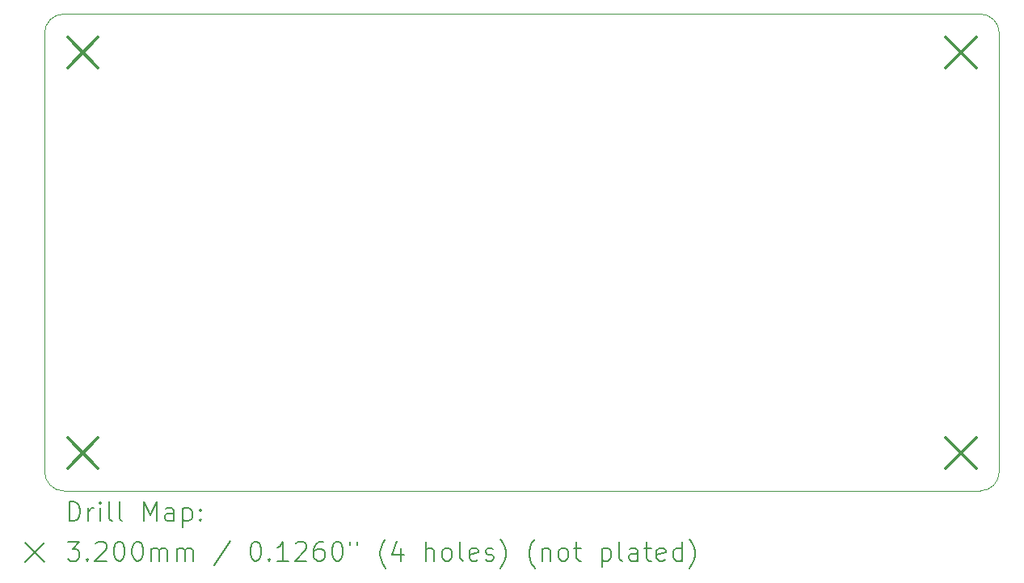
<source format=gbr>
%TF.GenerationSoftware,KiCad,Pcbnew,9.0.4-9.0.4-0~ubuntu22.04.1*%
%TF.CreationDate,2025-10-13T12:48:48-07:00*%
%TF.ProjectId,test_arena,74657374-5f61-4726-956e-612e6b696361,rev?*%
%TF.SameCoordinates,Original*%
%TF.FileFunction,Drillmap*%
%TF.FilePolarity,Positive*%
%FSLAX45Y45*%
G04 Gerber Fmt 4.5, Leading zero omitted, Abs format (unit mm)*
G04 Created by KiCad (PCBNEW 9.0.4-9.0.4-0~ubuntu22.04.1) date 2025-10-13 12:48:48*
%MOMM*%
%LPD*%
G01*
G04 APERTURE LIST*
%ADD10C,0.050000*%
%ADD11C,0.200000*%
%ADD12C,0.320000*%
G04 APERTURE END LIST*
D10*
X5200000Y-5000000D02*
X14800000Y-5000000D01*
X15000000Y-9800000D02*
G75*
G02*
X14800000Y-10000000I-200000J0D01*
G01*
X5000000Y-9800000D02*
X5000000Y-5200000D01*
X5000000Y-5200000D02*
G75*
G02*
X5200000Y-5000000I200000J0D01*
G01*
X5200000Y-10000000D02*
G75*
G02*
X5000000Y-9800000I0J200000D01*
G01*
X14800000Y-10000000D02*
X5200000Y-10000000D01*
X15000000Y-5200000D02*
X15000000Y-9800000D01*
X14800000Y-5000000D02*
G75*
G02*
X15000000Y-5200000I0J-200000D01*
G01*
D11*
D12*
X5240000Y-5240000D02*
X5560000Y-5560000D01*
X5560000Y-5240000D02*
X5240000Y-5560000D01*
X5240000Y-9440000D02*
X5560000Y-9760000D01*
X5560000Y-9440000D02*
X5240000Y-9760000D01*
X14440000Y-5240000D02*
X14760000Y-5560000D01*
X14760000Y-5240000D02*
X14440000Y-5560000D01*
X14440000Y-9440000D02*
X14760000Y-9760000D01*
X14760000Y-9440000D02*
X14440000Y-9760000D01*
D11*
X5258277Y-10313984D02*
X5258277Y-10113984D01*
X5258277Y-10113984D02*
X5305896Y-10113984D01*
X5305896Y-10113984D02*
X5334467Y-10123508D01*
X5334467Y-10123508D02*
X5353515Y-10142555D01*
X5353515Y-10142555D02*
X5363039Y-10161603D01*
X5363039Y-10161603D02*
X5372563Y-10199698D01*
X5372563Y-10199698D02*
X5372563Y-10228270D01*
X5372563Y-10228270D02*
X5363039Y-10266365D01*
X5363039Y-10266365D02*
X5353515Y-10285412D01*
X5353515Y-10285412D02*
X5334467Y-10304460D01*
X5334467Y-10304460D02*
X5305896Y-10313984D01*
X5305896Y-10313984D02*
X5258277Y-10313984D01*
X5458277Y-10313984D02*
X5458277Y-10180650D01*
X5458277Y-10218746D02*
X5467801Y-10199698D01*
X5467801Y-10199698D02*
X5477324Y-10190174D01*
X5477324Y-10190174D02*
X5496372Y-10180650D01*
X5496372Y-10180650D02*
X5515420Y-10180650D01*
X5582086Y-10313984D02*
X5582086Y-10180650D01*
X5582086Y-10113984D02*
X5572563Y-10123508D01*
X5572563Y-10123508D02*
X5582086Y-10133031D01*
X5582086Y-10133031D02*
X5591610Y-10123508D01*
X5591610Y-10123508D02*
X5582086Y-10113984D01*
X5582086Y-10113984D02*
X5582086Y-10133031D01*
X5705896Y-10313984D02*
X5686848Y-10304460D01*
X5686848Y-10304460D02*
X5677324Y-10285412D01*
X5677324Y-10285412D02*
X5677324Y-10113984D01*
X5810658Y-10313984D02*
X5791610Y-10304460D01*
X5791610Y-10304460D02*
X5782086Y-10285412D01*
X5782086Y-10285412D02*
X5782086Y-10113984D01*
X6039229Y-10313984D02*
X6039229Y-10113984D01*
X6039229Y-10113984D02*
X6105896Y-10256841D01*
X6105896Y-10256841D02*
X6172562Y-10113984D01*
X6172562Y-10113984D02*
X6172562Y-10313984D01*
X6353515Y-10313984D02*
X6353515Y-10209222D01*
X6353515Y-10209222D02*
X6343991Y-10190174D01*
X6343991Y-10190174D02*
X6324943Y-10180650D01*
X6324943Y-10180650D02*
X6286848Y-10180650D01*
X6286848Y-10180650D02*
X6267801Y-10190174D01*
X6353515Y-10304460D02*
X6334467Y-10313984D01*
X6334467Y-10313984D02*
X6286848Y-10313984D01*
X6286848Y-10313984D02*
X6267801Y-10304460D01*
X6267801Y-10304460D02*
X6258277Y-10285412D01*
X6258277Y-10285412D02*
X6258277Y-10266365D01*
X6258277Y-10266365D02*
X6267801Y-10247317D01*
X6267801Y-10247317D02*
X6286848Y-10237793D01*
X6286848Y-10237793D02*
X6334467Y-10237793D01*
X6334467Y-10237793D02*
X6353515Y-10228270D01*
X6448753Y-10180650D02*
X6448753Y-10380650D01*
X6448753Y-10190174D02*
X6467801Y-10180650D01*
X6467801Y-10180650D02*
X6505896Y-10180650D01*
X6505896Y-10180650D02*
X6524943Y-10190174D01*
X6524943Y-10190174D02*
X6534467Y-10199698D01*
X6534467Y-10199698D02*
X6543991Y-10218746D01*
X6543991Y-10218746D02*
X6543991Y-10275889D01*
X6543991Y-10275889D02*
X6534467Y-10294936D01*
X6534467Y-10294936D02*
X6524943Y-10304460D01*
X6524943Y-10304460D02*
X6505896Y-10313984D01*
X6505896Y-10313984D02*
X6467801Y-10313984D01*
X6467801Y-10313984D02*
X6448753Y-10304460D01*
X6629705Y-10294936D02*
X6639229Y-10304460D01*
X6639229Y-10304460D02*
X6629705Y-10313984D01*
X6629705Y-10313984D02*
X6620182Y-10304460D01*
X6620182Y-10304460D02*
X6629705Y-10294936D01*
X6629705Y-10294936D02*
X6629705Y-10313984D01*
X6629705Y-10190174D02*
X6639229Y-10199698D01*
X6639229Y-10199698D02*
X6629705Y-10209222D01*
X6629705Y-10209222D02*
X6620182Y-10199698D01*
X6620182Y-10199698D02*
X6629705Y-10190174D01*
X6629705Y-10190174D02*
X6629705Y-10209222D01*
X4797500Y-10542500D02*
X4997500Y-10742500D01*
X4997500Y-10542500D02*
X4797500Y-10742500D01*
X5239229Y-10533984D02*
X5363039Y-10533984D01*
X5363039Y-10533984D02*
X5296372Y-10610174D01*
X5296372Y-10610174D02*
X5324944Y-10610174D01*
X5324944Y-10610174D02*
X5343991Y-10619698D01*
X5343991Y-10619698D02*
X5353515Y-10629222D01*
X5353515Y-10629222D02*
X5363039Y-10648270D01*
X5363039Y-10648270D02*
X5363039Y-10695889D01*
X5363039Y-10695889D02*
X5353515Y-10714936D01*
X5353515Y-10714936D02*
X5343991Y-10724460D01*
X5343991Y-10724460D02*
X5324944Y-10733984D01*
X5324944Y-10733984D02*
X5267801Y-10733984D01*
X5267801Y-10733984D02*
X5248753Y-10724460D01*
X5248753Y-10724460D02*
X5239229Y-10714936D01*
X5448753Y-10714936D02*
X5458277Y-10724460D01*
X5458277Y-10724460D02*
X5448753Y-10733984D01*
X5448753Y-10733984D02*
X5439229Y-10724460D01*
X5439229Y-10724460D02*
X5448753Y-10714936D01*
X5448753Y-10714936D02*
X5448753Y-10733984D01*
X5534467Y-10553031D02*
X5543991Y-10543508D01*
X5543991Y-10543508D02*
X5563039Y-10533984D01*
X5563039Y-10533984D02*
X5610658Y-10533984D01*
X5610658Y-10533984D02*
X5629705Y-10543508D01*
X5629705Y-10543508D02*
X5639229Y-10553031D01*
X5639229Y-10553031D02*
X5648753Y-10572079D01*
X5648753Y-10572079D02*
X5648753Y-10591127D01*
X5648753Y-10591127D02*
X5639229Y-10619698D01*
X5639229Y-10619698D02*
X5524944Y-10733984D01*
X5524944Y-10733984D02*
X5648753Y-10733984D01*
X5772562Y-10533984D02*
X5791610Y-10533984D01*
X5791610Y-10533984D02*
X5810658Y-10543508D01*
X5810658Y-10543508D02*
X5820182Y-10553031D01*
X5820182Y-10553031D02*
X5829705Y-10572079D01*
X5829705Y-10572079D02*
X5839229Y-10610174D01*
X5839229Y-10610174D02*
X5839229Y-10657793D01*
X5839229Y-10657793D02*
X5829705Y-10695889D01*
X5829705Y-10695889D02*
X5820182Y-10714936D01*
X5820182Y-10714936D02*
X5810658Y-10724460D01*
X5810658Y-10724460D02*
X5791610Y-10733984D01*
X5791610Y-10733984D02*
X5772562Y-10733984D01*
X5772562Y-10733984D02*
X5753515Y-10724460D01*
X5753515Y-10724460D02*
X5743991Y-10714936D01*
X5743991Y-10714936D02*
X5734467Y-10695889D01*
X5734467Y-10695889D02*
X5724943Y-10657793D01*
X5724943Y-10657793D02*
X5724943Y-10610174D01*
X5724943Y-10610174D02*
X5734467Y-10572079D01*
X5734467Y-10572079D02*
X5743991Y-10553031D01*
X5743991Y-10553031D02*
X5753515Y-10543508D01*
X5753515Y-10543508D02*
X5772562Y-10533984D01*
X5963039Y-10533984D02*
X5982086Y-10533984D01*
X5982086Y-10533984D02*
X6001134Y-10543508D01*
X6001134Y-10543508D02*
X6010658Y-10553031D01*
X6010658Y-10553031D02*
X6020182Y-10572079D01*
X6020182Y-10572079D02*
X6029705Y-10610174D01*
X6029705Y-10610174D02*
X6029705Y-10657793D01*
X6029705Y-10657793D02*
X6020182Y-10695889D01*
X6020182Y-10695889D02*
X6010658Y-10714936D01*
X6010658Y-10714936D02*
X6001134Y-10724460D01*
X6001134Y-10724460D02*
X5982086Y-10733984D01*
X5982086Y-10733984D02*
X5963039Y-10733984D01*
X5963039Y-10733984D02*
X5943991Y-10724460D01*
X5943991Y-10724460D02*
X5934467Y-10714936D01*
X5934467Y-10714936D02*
X5924943Y-10695889D01*
X5924943Y-10695889D02*
X5915420Y-10657793D01*
X5915420Y-10657793D02*
X5915420Y-10610174D01*
X5915420Y-10610174D02*
X5924943Y-10572079D01*
X5924943Y-10572079D02*
X5934467Y-10553031D01*
X5934467Y-10553031D02*
X5943991Y-10543508D01*
X5943991Y-10543508D02*
X5963039Y-10533984D01*
X6115420Y-10733984D02*
X6115420Y-10600650D01*
X6115420Y-10619698D02*
X6124943Y-10610174D01*
X6124943Y-10610174D02*
X6143991Y-10600650D01*
X6143991Y-10600650D02*
X6172563Y-10600650D01*
X6172563Y-10600650D02*
X6191610Y-10610174D01*
X6191610Y-10610174D02*
X6201134Y-10629222D01*
X6201134Y-10629222D02*
X6201134Y-10733984D01*
X6201134Y-10629222D02*
X6210658Y-10610174D01*
X6210658Y-10610174D02*
X6229705Y-10600650D01*
X6229705Y-10600650D02*
X6258277Y-10600650D01*
X6258277Y-10600650D02*
X6277324Y-10610174D01*
X6277324Y-10610174D02*
X6286848Y-10629222D01*
X6286848Y-10629222D02*
X6286848Y-10733984D01*
X6382086Y-10733984D02*
X6382086Y-10600650D01*
X6382086Y-10619698D02*
X6391610Y-10610174D01*
X6391610Y-10610174D02*
X6410658Y-10600650D01*
X6410658Y-10600650D02*
X6439229Y-10600650D01*
X6439229Y-10600650D02*
X6458277Y-10610174D01*
X6458277Y-10610174D02*
X6467801Y-10629222D01*
X6467801Y-10629222D02*
X6467801Y-10733984D01*
X6467801Y-10629222D02*
X6477324Y-10610174D01*
X6477324Y-10610174D02*
X6496372Y-10600650D01*
X6496372Y-10600650D02*
X6524943Y-10600650D01*
X6524943Y-10600650D02*
X6543991Y-10610174D01*
X6543991Y-10610174D02*
X6553515Y-10629222D01*
X6553515Y-10629222D02*
X6553515Y-10733984D01*
X6943991Y-10524460D02*
X6772563Y-10781603D01*
X7201134Y-10533984D02*
X7220182Y-10533984D01*
X7220182Y-10533984D02*
X7239229Y-10543508D01*
X7239229Y-10543508D02*
X7248753Y-10553031D01*
X7248753Y-10553031D02*
X7258277Y-10572079D01*
X7258277Y-10572079D02*
X7267801Y-10610174D01*
X7267801Y-10610174D02*
X7267801Y-10657793D01*
X7267801Y-10657793D02*
X7258277Y-10695889D01*
X7258277Y-10695889D02*
X7248753Y-10714936D01*
X7248753Y-10714936D02*
X7239229Y-10724460D01*
X7239229Y-10724460D02*
X7220182Y-10733984D01*
X7220182Y-10733984D02*
X7201134Y-10733984D01*
X7201134Y-10733984D02*
X7182086Y-10724460D01*
X7182086Y-10724460D02*
X7172563Y-10714936D01*
X7172563Y-10714936D02*
X7163039Y-10695889D01*
X7163039Y-10695889D02*
X7153515Y-10657793D01*
X7153515Y-10657793D02*
X7153515Y-10610174D01*
X7153515Y-10610174D02*
X7163039Y-10572079D01*
X7163039Y-10572079D02*
X7172563Y-10553031D01*
X7172563Y-10553031D02*
X7182086Y-10543508D01*
X7182086Y-10543508D02*
X7201134Y-10533984D01*
X7353515Y-10714936D02*
X7363039Y-10724460D01*
X7363039Y-10724460D02*
X7353515Y-10733984D01*
X7353515Y-10733984D02*
X7343991Y-10724460D01*
X7343991Y-10724460D02*
X7353515Y-10714936D01*
X7353515Y-10714936D02*
X7353515Y-10733984D01*
X7553515Y-10733984D02*
X7439229Y-10733984D01*
X7496372Y-10733984D02*
X7496372Y-10533984D01*
X7496372Y-10533984D02*
X7477325Y-10562555D01*
X7477325Y-10562555D02*
X7458277Y-10581603D01*
X7458277Y-10581603D02*
X7439229Y-10591127D01*
X7629706Y-10553031D02*
X7639229Y-10543508D01*
X7639229Y-10543508D02*
X7658277Y-10533984D01*
X7658277Y-10533984D02*
X7705896Y-10533984D01*
X7705896Y-10533984D02*
X7724944Y-10543508D01*
X7724944Y-10543508D02*
X7734467Y-10553031D01*
X7734467Y-10553031D02*
X7743991Y-10572079D01*
X7743991Y-10572079D02*
X7743991Y-10591127D01*
X7743991Y-10591127D02*
X7734467Y-10619698D01*
X7734467Y-10619698D02*
X7620182Y-10733984D01*
X7620182Y-10733984D02*
X7743991Y-10733984D01*
X7915420Y-10533984D02*
X7877325Y-10533984D01*
X7877325Y-10533984D02*
X7858277Y-10543508D01*
X7858277Y-10543508D02*
X7848753Y-10553031D01*
X7848753Y-10553031D02*
X7829706Y-10581603D01*
X7829706Y-10581603D02*
X7820182Y-10619698D01*
X7820182Y-10619698D02*
X7820182Y-10695889D01*
X7820182Y-10695889D02*
X7829706Y-10714936D01*
X7829706Y-10714936D02*
X7839229Y-10724460D01*
X7839229Y-10724460D02*
X7858277Y-10733984D01*
X7858277Y-10733984D02*
X7896372Y-10733984D01*
X7896372Y-10733984D02*
X7915420Y-10724460D01*
X7915420Y-10724460D02*
X7924944Y-10714936D01*
X7924944Y-10714936D02*
X7934467Y-10695889D01*
X7934467Y-10695889D02*
X7934467Y-10648270D01*
X7934467Y-10648270D02*
X7924944Y-10629222D01*
X7924944Y-10629222D02*
X7915420Y-10619698D01*
X7915420Y-10619698D02*
X7896372Y-10610174D01*
X7896372Y-10610174D02*
X7858277Y-10610174D01*
X7858277Y-10610174D02*
X7839229Y-10619698D01*
X7839229Y-10619698D02*
X7829706Y-10629222D01*
X7829706Y-10629222D02*
X7820182Y-10648270D01*
X8058277Y-10533984D02*
X8077325Y-10533984D01*
X8077325Y-10533984D02*
X8096372Y-10543508D01*
X8096372Y-10543508D02*
X8105896Y-10553031D01*
X8105896Y-10553031D02*
X8115420Y-10572079D01*
X8115420Y-10572079D02*
X8124944Y-10610174D01*
X8124944Y-10610174D02*
X8124944Y-10657793D01*
X8124944Y-10657793D02*
X8115420Y-10695889D01*
X8115420Y-10695889D02*
X8105896Y-10714936D01*
X8105896Y-10714936D02*
X8096372Y-10724460D01*
X8096372Y-10724460D02*
X8077325Y-10733984D01*
X8077325Y-10733984D02*
X8058277Y-10733984D01*
X8058277Y-10733984D02*
X8039229Y-10724460D01*
X8039229Y-10724460D02*
X8029706Y-10714936D01*
X8029706Y-10714936D02*
X8020182Y-10695889D01*
X8020182Y-10695889D02*
X8010658Y-10657793D01*
X8010658Y-10657793D02*
X8010658Y-10610174D01*
X8010658Y-10610174D02*
X8020182Y-10572079D01*
X8020182Y-10572079D02*
X8029706Y-10553031D01*
X8029706Y-10553031D02*
X8039229Y-10543508D01*
X8039229Y-10543508D02*
X8058277Y-10533984D01*
X8201134Y-10533984D02*
X8201134Y-10572079D01*
X8277325Y-10533984D02*
X8277325Y-10572079D01*
X8572563Y-10810174D02*
X8563039Y-10800650D01*
X8563039Y-10800650D02*
X8543991Y-10772079D01*
X8543991Y-10772079D02*
X8534468Y-10753031D01*
X8534468Y-10753031D02*
X8524944Y-10724460D01*
X8524944Y-10724460D02*
X8515420Y-10676841D01*
X8515420Y-10676841D02*
X8515420Y-10638746D01*
X8515420Y-10638746D02*
X8524944Y-10591127D01*
X8524944Y-10591127D02*
X8534468Y-10562555D01*
X8534468Y-10562555D02*
X8543991Y-10543508D01*
X8543991Y-10543508D02*
X8563039Y-10514936D01*
X8563039Y-10514936D02*
X8572563Y-10505412D01*
X8734468Y-10600650D02*
X8734468Y-10733984D01*
X8686849Y-10524460D02*
X8639230Y-10667317D01*
X8639230Y-10667317D02*
X8763039Y-10667317D01*
X8991611Y-10733984D02*
X8991611Y-10533984D01*
X9077325Y-10733984D02*
X9077325Y-10629222D01*
X9077325Y-10629222D02*
X9067801Y-10610174D01*
X9067801Y-10610174D02*
X9048753Y-10600650D01*
X9048753Y-10600650D02*
X9020182Y-10600650D01*
X9020182Y-10600650D02*
X9001134Y-10610174D01*
X9001134Y-10610174D02*
X8991611Y-10619698D01*
X9201134Y-10733984D02*
X9182087Y-10724460D01*
X9182087Y-10724460D02*
X9172563Y-10714936D01*
X9172563Y-10714936D02*
X9163039Y-10695889D01*
X9163039Y-10695889D02*
X9163039Y-10638746D01*
X9163039Y-10638746D02*
X9172563Y-10619698D01*
X9172563Y-10619698D02*
X9182087Y-10610174D01*
X9182087Y-10610174D02*
X9201134Y-10600650D01*
X9201134Y-10600650D02*
X9229706Y-10600650D01*
X9229706Y-10600650D02*
X9248753Y-10610174D01*
X9248753Y-10610174D02*
X9258277Y-10619698D01*
X9258277Y-10619698D02*
X9267801Y-10638746D01*
X9267801Y-10638746D02*
X9267801Y-10695889D01*
X9267801Y-10695889D02*
X9258277Y-10714936D01*
X9258277Y-10714936D02*
X9248753Y-10724460D01*
X9248753Y-10724460D02*
X9229706Y-10733984D01*
X9229706Y-10733984D02*
X9201134Y-10733984D01*
X9382087Y-10733984D02*
X9363039Y-10724460D01*
X9363039Y-10724460D02*
X9353515Y-10705412D01*
X9353515Y-10705412D02*
X9353515Y-10533984D01*
X9534468Y-10724460D02*
X9515420Y-10733984D01*
X9515420Y-10733984D02*
X9477325Y-10733984D01*
X9477325Y-10733984D02*
X9458277Y-10724460D01*
X9458277Y-10724460D02*
X9448753Y-10705412D01*
X9448753Y-10705412D02*
X9448753Y-10629222D01*
X9448753Y-10629222D02*
X9458277Y-10610174D01*
X9458277Y-10610174D02*
X9477325Y-10600650D01*
X9477325Y-10600650D02*
X9515420Y-10600650D01*
X9515420Y-10600650D02*
X9534468Y-10610174D01*
X9534468Y-10610174D02*
X9543992Y-10629222D01*
X9543992Y-10629222D02*
X9543992Y-10648270D01*
X9543992Y-10648270D02*
X9448753Y-10667317D01*
X9620182Y-10724460D02*
X9639230Y-10733984D01*
X9639230Y-10733984D02*
X9677325Y-10733984D01*
X9677325Y-10733984D02*
X9696373Y-10724460D01*
X9696373Y-10724460D02*
X9705896Y-10705412D01*
X9705896Y-10705412D02*
X9705896Y-10695889D01*
X9705896Y-10695889D02*
X9696373Y-10676841D01*
X9696373Y-10676841D02*
X9677325Y-10667317D01*
X9677325Y-10667317D02*
X9648753Y-10667317D01*
X9648753Y-10667317D02*
X9629706Y-10657793D01*
X9629706Y-10657793D02*
X9620182Y-10638746D01*
X9620182Y-10638746D02*
X9620182Y-10629222D01*
X9620182Y-10629222D02*
X9629706Y-10610174D01*
X9629706Y-10610174D02*
X9648753Y-10600650D01*
X9648753Y-10600650D02*
X9677325Y-10600650D01*
X9677325Y-10600650D02*
X9696373Y-10610174D01*
X9772563Y-10810174D02*
X9782087Y-10800650D01*
X9782087Y-10800650D02*
X9801134Y-10772079D01*
X9801134Y-10772079D02*
X9810658Y-10753031D01*
X9810658Y-10753031D02*
X9820182Y-10724460D01*
X9820182Y-10724460D02*
X9829706Y-10676841D01*
X9829706Y-10676841D02*
X9829706Y-10638746D01*
X9829706Y-10638746D02*
X9820182Y-10591127D01*
X9820182Y-10591127D02*
X9810658Y-10562555D01*
X9810658Y-10562555D02*
X9801134Y-10543508D01*
X9801134Y-10543508D02*
X9782087Y-10514936D01*
X9782087Y-10514936D02*
X9772563Y-10505412D01*
X10134468Y-10810174D02*
X10124944Y-10800650D01*
X10124944Y-10800650D02*
X10105896Y-10772079D01*
X10105896Y-10772079D02*
X10096373Y-10753031D01*
X10096373Y-10753031D02*
X10086849Y-10724460D01*
X10086849Y-10724460D02*
X10077325Y-10676841D01*
X10077325Y-10676841D02*
X10077325Y-10638746D01*
X10077325Y-10638746D02*
X10086849Y-10591127D01*
X10086849Y-10591127D02*
X10096373Y-10562555D01*
X10096373Y-10562555D02*
X10105896Y-10543508D01*
X10105896Y-10543508D02*
X10124944Y-10514936D01*
X10124944Y-10514936D02*
X10134468Y-10505412D01*
X10210658Y-10600650D02*
X10210658Y-10733984D01*
X10210658Y-10619698D02*
X10220182Y-10610174D01*
X10220182Y-10610174D02*
X10239230Y-10600650D01*
X10239230Y-10600650D02*
X10267801Y-10600650D01*
X10267801Y-10600650D02*
X10286849Y-10610174D01*
X10286849Y-10610174D02*
X10296373Y-10629222D01*
X10296373Y-10629222D02*
X10296373Y-10733984D01*
X10420182Y-10733984D02*
X10401134Y-10724460D01*
X10401134Y-10724460D02*
X10391611Y-10714936D01*
X10391611Y-10714936D02*
X10382087Y-10695889D01*
X10382087Y-10695889D02*
X10382087Y-10638746D01*
X10382087Y-10638746D02*
X10391611Y-10619698D01*
X10391611Y-10619698D02*
X10401134Y-10610174D01*
X10401134Y-10610174D02*
X10420182Y-10600650D01*
X10420182Y-10600650D02*
X10448754Y-10600650D01*
X10448754Y-10600650D02*
X10467801Y-10610174D01*
X10467801Y-10610174D02*
X10477325Y-10619698D01*
X10477325Y-10619698D02*
X10486849Y-10638746D01*
X10486849Y-10638746D02*
X10486849Y-10695889D01*
X10486849Y-10695889D02*
X10477325Y-10714936D01*
X10477325Y-10714936D02*
X10467801Y-10724460D01*
X10467801Y-10724460D02*
X10448754Y-10733984D01*
X10448754Y-10733984D02*
X10420182Y-10733984D01*
X10543992Y-10600650D02*
X10620182Y-10600650D01*
X10572563Y-10533984D02*
X10572563Y-10705412D01*
X10572563Y-10705412D02*
X10582087Y-10724460D01*
X10582087Y-10724460D02*
X10601134Y-10733984D01*
X10601134Y-10733984D02*
X10620182Y-10733984D01*
X10839230Y-10600650D02*
X10839230Y-10800650D01*
X10839230Y-10610174D02*
X10858277Y-10600650D01*
X10858277Y-10600650D02*
X10896373Y-10600650D01*
X10896373Y-10600650D02*
X10915420Y-10610174D01*
X10915420Y-10610174D02*
X10924944Y-10619698D01*
X10924944Y-10619698D02*
X10934468Y-10638746D01*
X10934468Y-10638746D02*
X10934468Y-10695889D01*
X10934468Y-10695889D02*
X10924944Y-10714936D01*
X10924944Y-10714936D02*
X10915420Y-10724460D01*
X10915420Y-10724460D02*
X10896373Y-10733984D01*
X10896373Y-10733984D02*
X10858277Y-10733984D01*
X10858277Y-10733984D02*
X10839230Y-10724460D01*
X11048754Y-10733984D02*
X11029706Y-10724460D01*
X11029706Y-10724460D02*
X11020182Y-10705412D01*
X11020182Y-10705412D02*
X11020182Y-10533984D01*
X11210658Y-10733984D02*
X11210658Y-10629222D01*
X11210658Y-10629222D02*
X11201134Y-10610174D01*
X11201134Y-10610174D02*
X11182087Y-10600650D01*
X11182087Y-10600650D02*
X11143992Y-10600650D01*
X11143992Y-10600650D02*
X11124944Y-10610174D01*
X11210658Y-10724460D02*
X11191611Y-10733984D01*
X11191611Y-10733984D02*
X11143992Y-10733984D01*
X11143992Y-10733984D02*
X11124944Y-10724460D01*
X11124944Y-10724460D02*
X11115420Y-10705412D01*
X11115420Y-10705412D02*
X11115420Y-10686365D01*
X11115420Y-10686365D02*
X11124944Y-10667317D01*
X11124944Y-10667317D02*
X11143992Y-10657793D01*
X11143992Y-10657793D02*
X11191611Y-10657793D01*
X11191611Y-10657793D02*
X11210658Y-10648270D01*
X11277325Y-10600650D02*
X11353515Y-10600650D01*
X11305896Y-10533984D02*
X11305896Y-10705412D01*
X11305896Y-10705412D02*
X11315420Y-10724460D01*
X11315420Y-10724460D02*
X11334468Y-10733984D01*
X11334468Y-10733984D02*
X11353515Y-10733984D01*
X11496373Y-10724460D02*
X11477325Y-10733984D01*
X11477325Y-10733984D02*
X11439230Y-10733984D01*
X11439230Y-10733984D02*
X11420182Y-10724460D01*
X11420182Y-10724460D02*
X11410658Y-10705412D01*
X11410658Y-10705412D02*
X11410658Y-10629222D01*
X11410658Y-10629222D02*
X11420182Y-10610174D01*
X11420182Y-10610174D02*
X11439230Y-10600650D01*
X11439230Y-10600650D02*
X11477325Y-10600650D01*
X11477325Y-10600650D02*
X11496373Y-10610174D01*
X11496373Y-10610174D02*
X11505896Y-10629222D01*
X11505896Y-10629222D02*
X11505896Y-10648270D01*
X11505896Y-10648270D02*
X11410658Y-10667317D01*
X11677325Y-10733984D02*
X11677325Y-10533984D01*
X11677325Y-10724460D02*
X11658277Y-10733984D01*
X11658277Y-10733984D02*
X11620182Y-10733984D01*
X11620182Y-10733984D02*
X11601134Y-10724460D01*
X11601134Y-10724460D02*
X11591611Y-10714936D01*
X11591611Y-10714936D02*
X11582087Y-10695889D01*
X11582087Y-10695889D02*
X11582087Y-10638746D01*
X11582087Y-10638746D02*
X11591611Y-10619698D01*
X11591611Y-10619698D02*
X11601134Y-10610174D01*
X11601134Y-10610174D02*
X11620182Y-10600650D01*
X11620182Y-10600650D02*
X11658277Y-10600650D01*
X11658277Y-10600650D02*
X11677325Y-10610174D01*
X11753515Y-10810174D02*
X11763039Y-10800650D01*
X11763039Y-10800650D02*
X11782087Y-10772079D01*
X11782087Y-10772079D02*
X11791611Y-10753031D01*
X11791611Y-10753031D02*
X11801134Y-10724460D01*
X11801134Y-10724460D02*
X11810658Y-10676841D01*
X11810658Y-10676841D02*
X11810658Y-10638746D01*
X11810658Y-10638746D02*
X11801134Y-10591127D01*
X11801134Y-10591127D02*
X11791611Y-10562555D01*
X11791611Y-10562555D02*
X11782087Y-10543508D01*
X11782087Y-10543508D02*
X11763039Y-10514936D01*
X11763039Y-10514936D02*
X11753515Y-10505412D01*
M02*

</source>
